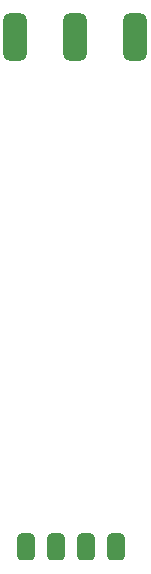
<source format=gbr>
%TF.GenerationSoftware,KiCad,Pcbnew,9.0.5+1*%
%TF.CreationDate,2025-10-19T05:27:58+07:00*%
%TF.ProjectId,TARA_T8X,54415241-5f54-4385-982e-6b696361645f,rev?*%
%TF.SameCoordinates,Original*%
%TF.FileFunction,Paste,Bot*%
%TF.FilePolarity,Positive*%
%FSLAX46Y46*%
G04 Gerber Fmt 4.6, Leading zero omitted, Abs format (unit mm)*
G04 Created by KiCad (PCBNEW 9.0.5+1) date 2025-10-19 05:27:58*
%MOMM*%
%LPD*%
G01*
G04 APERTURE LIST*
G04 Aperture macros list*
%AMRoundRect*
0 Rectangle with rounded corners*
0 $1 Rounding radius*
0 $2 $3 $4 $5 $6 $7 $8 $9 X,Y pos of 4 corners*
0 Add a 4 corners polygon primitive as box body*
4,1,4,$2,$3,$4,$5,$6,$7,$8,$9,$2,$3,0*
0 Add four circle primitives for the rounded corners*
1,1,$1+$1,$2,$3*
1,1,$1+$1,$4,$5*
1,1,$1+$1,$6,$7*
1,1,$1+$1,$8,$9*
0 Add four rect primitives between the rounded corners*
20,1,$1+$1,$2,$3,$4,$5,0*
20,1,$1+$1,$4,$5,$6,$7,0*
20,1,$1+$1,$6,$7,$8,$9,0*
20,1,$1+$1,$8,$9,$2,$3,0*%
G04 Aperture macros list end*
%ADD10RoundRect,0.381000X-0.381000X0.762000X-0.381000X-0.762000X0.381000X-0.762000X0.381000X0.762000X0*%
%ADD11RoundRect,0.500000X-0.500000X1.500000X-0.500000X-1.500000X0.500000X-1.500000X0.500000X1.500000X0*%
G04 APERTURE END LIST*
D10*
%TO.C,U3*%
X160550000Y-103325000D03*
X158010000Y-103325000D03*
X155470000Y-103325000D03*
X152930000Y-103325000D03*
D11*
X152041000Y-60145000D03*
X157121000Y-60145000D03*
X162201000Y-60145000D03*
%TD*%
M02*

</source>
